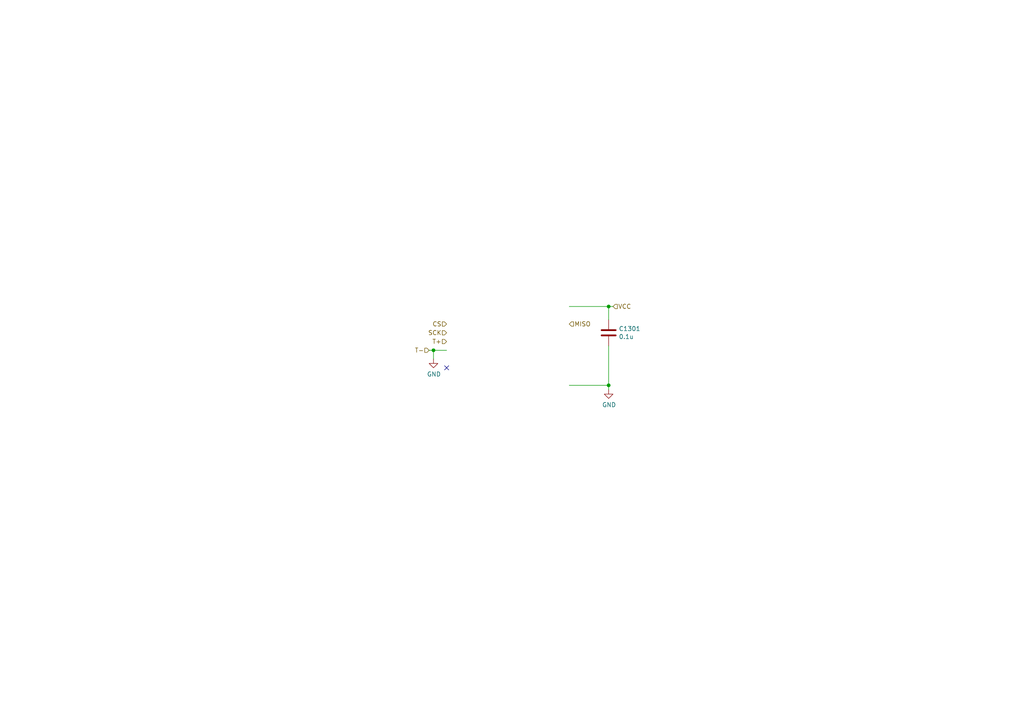
<source format=kicad_sch>
(kicad_sch (version 20210621) (generator eeschema)
  (paper "A4")
  (lib_symbols
    (symbol "Device:C" (pin_numbers hide) (pin_names (offset 0.254))
      (property "Reference" "C" (at 0.635 2.54 0))
      (property "Value" "C" (at 0.635 -2.54 0))
      (symbol "C_0_1"
        (polyline (pts (xy -2.032 -0.762) (xy 2.032 -0.762)) (stroke (width 0.508)))
        (polyline (pts (xy -2.032 0.762) (xy 2.032 0.762)) (stroke (width 0.508)))
      )
      (symbol "C_1_1"
        (pin passive line (at 0 3.81 270) (length 2.794) (name "~") (number "1"))
        (pin passive line (at 0 -3.81 90) (length 2.794) (name "~") (number "2"))
      )
    )
    (symbol "power:GND" (power) (pin_names (offset 0))
      (property "Value" "GND" (at 0 -3.81 0))
      (symbol "GND_0_1"
        (polyline (pts (xy 0 0) (xy 0 -1.27) (xy 1.27 -1.27) (xy 0 -2.54) (xy -1.27 -1.27) (xy 0 -1.27)))
      )
      (symbol "GND_1_1"
        (pin power_in line (at 0 0 270) (length 0) hide (name "GND") (number "1"))
      )
    )
  )
  (junction (at 125.73 101.6))
  (junction (at 176.53 88.9))
  (junction (at 176.53 111.76))
  (no_connect (at 129.54 106.68))
  (wire (pts (xy 125.73 101.6) (xy 124.46 101.6)))
  (wire (pts (xy 125.73 104.14) (xy 125.73 101.6)))
  (wire (pts (xy 129.54 101.6) (xy 125.73 101.6)))
  (wire (pts (xy 165.1 88.9) (xy 176.53 88.9)))
  (wire (pts (xy 176.53 88.9) (xy 176.53 92.71)))
  (wire (pts (xy 176.53 100.33) (xy 176.53 111.76)))
  (wire (pts (xy 176.53 111.76) (xy 165.1 111.76)))
  (wire (pts (xy 176.53 111.76) (xy 176.53 113.03)))
  (wire (pts (xy 177.8 88.9) (xy 176.53 88.9)))
  (hierarchical_label "T-" (shape input) (at 124.46 101.6 180))
  (hierarchical_label "CS" (shape input) (at 129.54 93.98 180))
  (hierarchical_label "SCK" (shape input) (at 129.54 96.52 180))
  (hierarchical_label "T+" (shape input) (at 129.54 99.06 180))
  (hierarchical_label "MISO" (shape input) (at 165.1 93.98 0))
  (hierarchical_label "VCC" (shape input) (at 177.8 88.9 0))
  (symbol (lib_id "power:GND") (at 125.73 104.14 0)
    (property "Reference" "#PWR0106" (effects hide))
    (property "Value" "GND" (at 125.857 108.5342 0))
  )
  (symbol (lib_id "power:GND") (at 176.53 113.03 0)
    (property "Reference" "#PWR0105" (effects hide))
    (property "Value" "GND" (at 176.657 117.4242 0))
  )
  (symbol (lib_id "Device:C") (at 176.53 96.52 0)
    (property "Reference" "C1301" (at 179.451 95.3516 0) (effects (justify left)))
    (property "Value" "0.1u" (at 179.451 97.663 0) (effects (justify left)))
    (property "Footprint" "Capacitor_SMD:C_0603_1608Metric" (effects hide))
  )
  (symbol (lib_id "star-common-lib:MAX6675ISA+") (at 147.32 101.6 0)
    (property "Reference" "U1301" (at 147.32 82.042 0))
    (property "Value" "MAX6675ISA+" (at 147.32 84.3534 0))
    (property "Footprint" "star-common-lib:SOIC127P600X175-8N" (effects hide))
    (property "Datasheet" "https://datasheets.maximintegrated.com/en/ds/MAX6675.pdf" (effects hide))
  )
)
</source>
